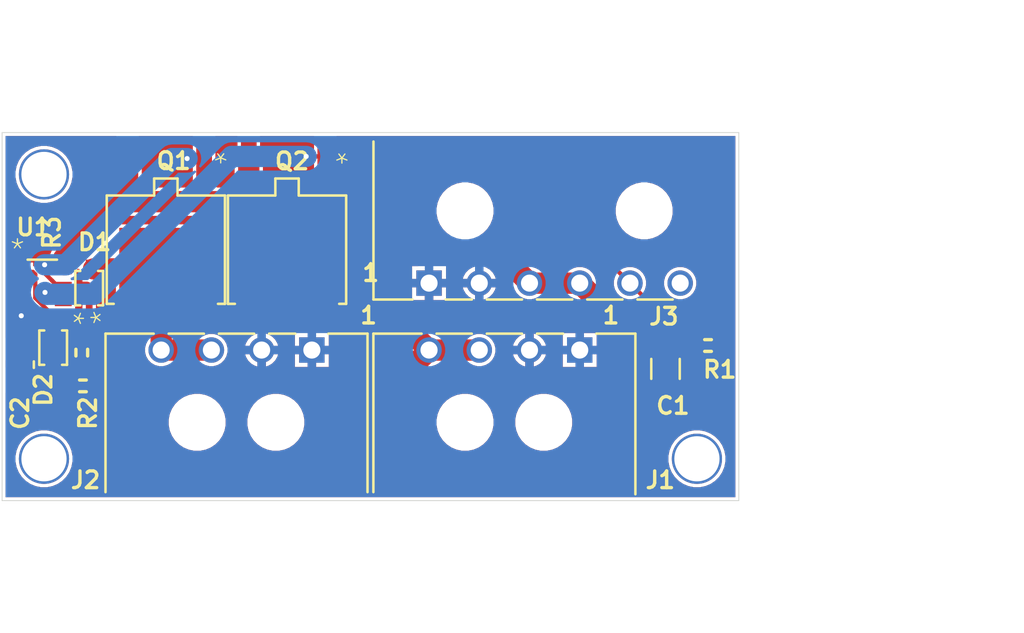
<source format=kicad_pcb>
(kicad_pcb (version 20221018) (generator pcbnew)
  (layers (0 "F.Cu" signal "Top Layer") (31 "B.Cu" signal "Bottom Layer") (34 "B.Paste" user "Bottom Paste") (35 "F.Paste" user "Top Paste") (36 "B.SilkS" user "Bottom Overlay") (37 "F.SilkS" user "Top Overlay") (38 "B.Mask" user "Bottom Solder") (39 "F.Mask" user "Top Solder") (44 "Edge.Cuts" user))
  (property "SHEETTOTAL" "1")
  (net 0 "")
  (net 1 "vout")
  (net 2 "stat")
  (net 3 "NetQ1_1")
  (net 4 "NetD2_2")
  (net 5 "NetC2_2")
  (net 6 "hub")
  (net 7 "GND")
  (net 8 "batt")
  (footprint "" (layer "F.Cu") (at 129.0011 113.5036)
    (fp_text reference "" (at 0 0) (layer "F.SilkS") (effects (font (size 1.27 1.27))))
    (fp_text value "" (at 0 0) (layer "F.SilkS") (effects (font (size 1.27 1.27))))
    (pad "2" thru_hole circle (at 0 0) (size 3 3) (drill 2.7) (layers "*.Cu" "*.Mask"))
  )
  (footprint "Miscellaneous Devices.IntLib:J1-0603" (layer "F.Cu") (at 131.3271 109.1456)
    (fp_text reference "R2" (at 0.88084 2.73807 90 unlocked) (layer "F.SilkS") (effects (font (thickness 0.2)) (justify left bottom)))
    (fp_text value "Res3" hide)
    (fp_line (start -0.2 -0.35) (end 0.2 -0.35) (stroke (width 0.2)) (layer "F.SilkS"))
    (fp_line (start -0.2 0.35) (end 0.2 0.35) (stroke (width 0.2)) (layer "F.SilkS"))
    (pad "1" smd rect (at -0.75 0 90) (size 0.9 0.7) (layers "F.Cu" "F.Paste" "F.Mask") (net 4 "NetD2_2"))
    (pad "2" smd rect (at 0.75 0 90) (size 0.9 0.7) (layers "F.Cu" "F.Paste" "F.Mask") (net 6 "hub"))
  )
  (footprint "swarm_crawler_pcb.PcbLib:CAP_2012_TDK" (layer "F.Cu") (at 166.1251 108.1296 90)
    (fp_text reference "C1" (at -2.78584 -0.66645 unlocked) (layer "F.SilkS") (effects (font (thickness 0.2)) (justify left bottom)))
    (fp_text value "C2012JB1V226M125AC" hide)
    (fp_line (start -0.59415 -0.8509) (end 0.59415 -0.8509) (stroke (width 0.1524)) (layer "F.SilkS"))
    (fp_line (start -0.59415 0.8509) (end 0.59415 0.8509) (stroke (width 0.1524)) (layer "F.SilkS"))
    (pad "1" smd rect (at -1.1811 0 90) (size 0.5588 1.4478) (layers "F.Cu" "F.Paste" "F.Mask") (net 7 "GND"))
    (pad "2" smd rect (at 1.1811 0 90) (size 0.5588 1.4478) (layers "F.Cu" "F.Paste" "F.Mask") (net 1 "vout"))
  )
  (footprint "Miscellaneous Devices.IntLib:J1-0603" (layer "F.Cu") (at 131.2581 107.1566 -90)
    (fp_text reference "R3" (at -6.06793 1.20916 90 unlocked) (layer "F.SilkS") (effects (font (thickness 0.2)) (justify left bottom)))
    (fp_text value "Res3" hide)
    (fp_line (start 0.2 -0.35001) (end -0.2 -0.35001) (stroke (width 0.2)) (layer "F.SilkS"))
    (fp_line (start 0.2 0.35) (end -0.2 0.35) (stroke (width 0.2)) (layer "F.SilkS"))
    (pad "1" smd rect (at -0.75 -0.00001) (size 0.9 0.7) (layers "F.Cu" "F.Paste" "F.Mask") (net 7 "GND"))
    (pad "2" smd rect (at 0.75 -0.00001) (size 0.9 0.7) (layers "F.Cu" "F.Paste" "F.Mask") (net 4 "NetD2_2"))
  )
  (footprint "swarm_crawler_pcb.PcbLib:CON_436500400_MOL" (layer "F.Cu") (at 161.0011 107.0036)
    (fp_text reference "J1" (at 3.82255 8.35684 unlocked) (layer "F.SilkS") (effects (font (thickness 0.2)) (justify left bottom)))
    (fp_text value "436500400" hide)
    (fp_line (start -12.32498 -0.98) (end -9.44789 -0.98) (stroke (width 0.1524)) (layer "F.SilkS"))
    (fp_line (start -12.32498 8.492) (end -12.32498 -0.98) (stroke (width 0.1524)) (layer "F.SilkS"))
    (fp_line (start -8.55211 -0.98) (end -6.44789 -0.98) (stroke (width 0.1524)) (layer "F.SilkS"))
    (fp_line (start -5.55211 -0.98) (end -3.44789 -0.98) (stroke (width 0.1524)) (layer "F.SilkS"))
    (fp_line (start -2.55211 -0.98) (end -0.98892 -0.98) (stroke (width 0.1524)) (layer "F.SilkS"))
    (fp_line (start 0.98892 -0.98) (end 3.32499 -0.98) (stroke (width 0.1524)) (layer "F.SilkS"))
    (fp_line (start 3.32499 8.619) (end 3.32499 -0.98) (stroke (width 0.1524)) (layer "F.SilkS"))
    (pad "" np_thru_hole circle (at -6.85 4.32) (size 3 3) (drill 3) (layers "F&B.Cu" "*.Mask"))
    (pad "" np_thru_hole circle (at -2.15001 4.32) (size 3 3) (drill 3) (layers "F&B.Cu" "*.Mask"))
    (pad "1" thru_hole rect (at 0 0) (size 1.52 1.52) (drill 1.02) (layers "*.Cu" "*.Mask") (net 7 "GND"))
    (pad "2" thru_hole circle (at -3 0) (size 1.52 1.52) (drill 1.02) (layers "*.Cu" "*.Mask") (net 7 "GND"))
    (pad "3" thru_hole circle (at -6 0) (size 1.52 1.52) (drill 1.02) (layers "*.Cu" "*.Mask") (net 6 "hub"))
    (pad "4" thru_hole circle (at -9 0) (size 1.52 1.52) (drill 1.02) (layers "*.Cu" "*.Mask") (net 6 "hub"))
  )
  (footprint "swarm_crawler_pcb.PcbLib:CON_436500400_MOL" (layer "F.Cu") (at 145.0011 107.0036)
    (fp_text reference "J2" (at -14.50706 8.35684 unlocked) (layer "F.SilkS") (effects (font (thickness 0.2)) (justify left bottom)))
    (fp_text value "436500400" hide)
    (fp_line (start -12.32498 -0.98) (end -9.44789 -0.98) (stroke (width 0.1524)) (layer "F.SilkS"))
    (fp_line (start -12.32498 8.492) (end -12.32498 -0.98) (stroke (width 0.1524)) (layer "F.SilkS"))
    (fp_line (start -8.5521 -0.98) (end -6.44789 -0.98) (stroke (width 0.1524)) (layer "F.SilkS"))
    (fp_line (start -5.55211 -0.98) (end -3.44789 -0.98) (stroke (width 0.1524)) (layer "F.SilkS"))
    (fp_line (start -2.55211 -0.98) (end -0.98892 -0.98) (stroke (width 0.1524)) (layer "F.SilkS"))
    (fp_line (start 0.98893 -0.98) (end 3.32499 -0.98) (stroke (width 0.1524)) (layer "F.SilkS"))
    (fp_line (start 3.32499 8.492) (end 3.32499 -0.98) (stroke (width 0.1524)) (layer "F.SilkS"))
    (pad "" np_thru_hole circle (at -6.85 4.32) (size 3 3) (drill 3) (layers "F&B.Cu" "*.Mask"))
    (pad "" np_thru_hole circle (at -2.15001 4.32) (size 3 3) (drill 3) (layers "F&B.Cu" "*.Mask"))
    (pad "1" thru_hole rect (at 0 0) (size 1.52 1.52) (drill 1.02) (layers "*.Cu" "*.Mask") (net 7 "GND"))
    (pad "2" thru_hole circle (at -3 0) (size 1.52 1.52) (drill 1.02) (layers "*.Cu" "*.Mask") (net 7 "GND"))
    (pad "3" thru_hole circle (at -6 0) (size 1.52 1.52) (drill 1.02) (layers "*.Cu" "*.Mask") (net 8 "batt"))
    (pad "4" thru_hole circle (at -9 0) (size 1.52 1.52) (drill 1.02) (layers "*.Cu" "*.Mask") (net 8 "batt"))
  )
  (footprint "swarm_crawler_pcb.PcbLib:TO252_AOS" (layer "F.Cu") (at 143.5191 101.0036 180)
    (fp_text reference "Q2" (at 0.83306 4.70716 unlocked) (layer "F.SilkS") (effects (font (thickness 0.2)) (justify left bottom)))
    (fp_text value "AOD407" hide)
    (fp_text user "*" (at -3.81 6.604 180 unlocked) (layer "F.SilkS") (effects (font (size 1.27 1.27) (thickness 0.0762)) (justify left bottom)))
    (fp_line (start -3.5306 -3.2385) (end -3.5306 3.2385) (stroke (width 0.1524)) (layer "F.SilkS"))
    (fp_line (start -3.11404 -3.2385) (end -3.5306 -3.2385) (stroke (width 0.1524)) (layer "F.SilkS"))
    (fp_line (start -0.6985 3.2385) (end -3.5306 3.2385) (stroke (width 0.1524)) (layer "F.SilkS"))
    (fp_line (start -0.6985 3.2385) (end -0.6985 4.2545) (stroke (width 0.1524)) (layer "F.SilkS"))
    (fp_line (start 0.6985 3.2385) (end 0.6985 4.2545) (stroke (width 0.1524)) (layer "F.SilkS"))
    (fp_line (start 0.6985 4.2545) (end -0.6985 4.2545) (stroke (width 0.1524)) (layer "F.SilkS"))
    (fp_line (start 3.5306 -3.2385) (end 3.11404 -3.2385) (stroke (width 0.1524)) (layer "F.SilkS"))
    (fp_line (start 3.5306 -3.2385) (end 3.5306 3.2385) (stroke (width 0.1524)) (layer "F.SilkS"))
    (fp_line (start 3.5306 3.2385) (end 0.6985 3.2385) (stroke (width 0.1524)) (layer "F.SilkS"))
    (pad "1" smd rect (at -2.286 5.3467 180) (size 0.9398 2.7432) (layers "F.Cu" "F.Paste" "F.Mask") (net 2 "stat"))
    (pad "2" smd rect (at 2.286 5.3467 180) (size 0.9398 2.7432) (layers "F.Cu" "F.Paste" "F.Mask") (net 1 "vout"))
    (pad "3" smd rect (at 0 -1.6764 180) (size 5.5626 5.969) (layers "F.Cu" "F.Paste" "F.Mask") (net 6 "hub"))
  )
  (footprint "swarm_crawler_pcb.PcbLib:CON_436500600_MOL" (layer "F.Cu") (at 152.0011 103.0036 180)
    (fp_text reference "J3" (at -13.03694 -2.57784 unlocked) (layer "F.SilkS") (effects (font (thickness 0.2)) (justify left bottom)))
    (fp_text value "436500600" hide)
    (fp_line (start -12.44789 -0.98) (end -14.5521 -0.98) (stroke (width 0.1524)) (layer "F.SilkS"))
    (fp_line (start -9.44789 -0.98) (end -11.55211 -0.98) (stroke (width 0.1524)) (layer "F.SilkS"))
    (fp_line (start -6.44789 -0.98) (end -8.55211 -0.98) (stroke (width 0.1524)) (layer "F.SilkS"))
    (fp_line (start -3.44789 -0.98) (end -5.55211 -0.98) (stroke (width 0.1524)) (layer "F.SilkS"))
    (fp_line (start -0.98892 -0.98) (end -2.55211 -0.98) (stroke (width 0.1524)) (layer "F.SilkS"))
    (fp_line (start 3.32 -0.98) (end 0.98892 -0.98) (stroke (width 0.1524)) (layer "F.SilkS"))
    (fp_line (start 3.32 -0.98) (end 3.32 8.463) (stroke (width 0.1524)) (layer "F.SilkS"))
    (pad "" np_thru_hole circle (at -12.85 4.32 180) (size 3 3) (drill 3) (layers "F&B.Cu" "*.Mask"))
    (pad "" np_thru_hole circle (at -2.15002 4.32 180) (size 3 3) (drill 3) (layers "F&B.Cu" "*.Mask"))
    (pad "1" thru_hole rect (at 0 0 180) (size 1.52 1.52) (drill 1.02) (layers "*.Cu" "*.Mask") (net 7 "GND"))
    (pad "2" thru_hole circle (at -3 0 180) (size 1.52 1.52) (drill 1.02) (layers "*.Cu" "*.Mask") (net 7 "GND"))
    (pad "3" thru_hole circle (at -6 0 180) (size 1.52 1.52) (drill 1.02) (layers "*.Cu" "*.Mask") (net 1 "vout"))
    (pad "4" thru_hole circle (at -9 0 180) (size 1.52 1.52) (drill 1.02) (layers "*.Cu" "*.Mask") (net 1 "vout"))
    (pad "5" thru_hole circle (at -12 0 180) (size 1.52 1.52) (drill 1.02) (layers "*.Cu" "*.Mask") (net 2 "stat"))
    (pad "6" thru_hole circle (at -15 0 180) (size 1.52 1.52) (drill 1.02) (layers "*.Cu" "*.Mask"))
  )
  (footprint "swarm_crawler_pcb.PcbLib:LTC4412ES6#TRPBF_ADI" (layer "F.Cu") (at 128.9011 103.1766)
    (fp_text reference "U1" (at -1.66945 -2.92916 unlocked) (layer "F.SilkS") (effects (font (thickness 0.2)) (justify left bottom)))
    (fp_text value "LTC4412ES6#TRPBF" hide)
    (fp_text user "*" (at -2.019 -1.397 unlocked) (layer "F.SilkS") (effects (font (size 1.27 1.27) (thickness 0.0762)) (justify left bottom)))
    (fp_line (start -0.8763 -1.5748) (end 0.8763 -1.5748) (stroke (width 0.1524)) (layer "F.SilkS"))
    (pad "1" smd rect (at -1.25245 -0.95) (size 1.0063 0.508) (layers "F.Cu" "F.Paste" "F.Mask") (net 5 "NetC2_2"))
    (pad "2" smd rect (at -1.25245 0) (size 1.0063 0.508) (layers "F.Cu" "F.Paste" "F.Mask") (net 7 "GND"))
    (pad "3" smd rect (at -1.25245 0.95) (size 1.0063 0.508) (layers "F.Cu" "F.Paste" "F.Mask") (net 7 "GND"))
    (pad "4" smd rect (at 1.25245 0.95) (size 1.0063 0.508) (layers "F.Cu" "F.Paste" "F.Mask") (net 2 "stat"))
    (pad "5" smd rect (at 1.25245 0) (size 1.0063 0.508) (layers "F.Cu" "F.Paste" "F.Mask") (net 3 "NetQ1_1"))
    (pad "6" smd rect (at 1.25245 -0.95) (size 1.0063 0.508) (layers "F.Cu" "F.Paste" "F.Mask") (net 1 "vout"))
  )
  (footprint "swarm_crawler_pcb.PcbLib:SOD323_DIO" (layer "F.Cu") (at 129.5491 106.8596 -90)
    (fp_text reference "D2" (at 3.62707 0.00816 90 unlocked) (layer "F.SilkS") (effects (font (thickness 0.2)) (justify left bottom)))
    (fp_text value "SD103AWS-7-F" hide)
    (fp_text user "*" (at -2.286 -0.381 270 unlocked) (layer "F.SilkS") (effects (font (size 1.27 1.27) (thickness 0.0762)) (justify left bottom)))
    (fp_line (start -1.027 -0.53314) (end -1.027 -0.827) (stroke (width 0.1524)) (layer "F.SilkS"))
    (fp_line (start -1.027 0.827) (end -1.027 0.53314) (stroke (width 0.1524)) (layer "F.SilkS"))
    (fp_line (start 1.027 -0.827) (end -1.027 -0.827) (stroke (width 0.1524)) (layer "F.SilkS"))
    (fp_line (start 1.027 -0.53314) (end 1.027 -0.827) (stroke (width 0.1524)) (layer "F.SilkS"))
    (fp_line (start 1.027 0.827) (end -1.027 0.827) (stroke (width 0.1524)) (layer "F.SilkS"))
    (fp_line (start 1.027 0.827) (end 1.027 0.53314) (stroke (width 0.1524)) (layer "F.SilkS"))
    (pad "1" smd rect (at -1.15 0 270) (size 1.1112 0.4008) (layers "F.Cu" "F.Paste" "F.Mask") (net 5 "NetC2_2"))
    (pad "2" smd rect (at 1.15 0 270) (size 1.1112 0.4008) (layers "F.Cu" "F.Paste" "F.Mask") (net 4 "NetD2_2"))
  )
  (footprint "Miscellaneous Devices.IntLib:J1-0603" (layer "F.Cu") (at 168.6651 106.7326 180)
    (fp_text reference "R1" (at 0.41245 -2.02384 unlocked) (layer "F.SilkS") (effects (font (thickness 0.2)) (justify left bottom)))
    (fp_text value "Res3" hide)
    (fp_line (start 0.2 -0.35) (end -0.2 -0.35) (stroke (width 0.2)) (layer "F.SilkS"))
    (fp_line (start 0.2 0.35) (end -0.2 0.35) (stroke (width 0.2)) (layer "F.SilkS"))
    (pad "1" smd rect (at -0.75 0 270) (size 0.9 0.7) (layers "F.Cu" "F.Paste" "F.Mask") (net 2 "stat"))
    (pad "2" smd rect (at 0.75 0 270) (size 0.9 0.7) (layers "F.Cu" "F.Paste" "F.Mask") (net 1 "vout"))
  )
  (footprint "swarm_crawler_pcb.PcbLib:TO252_AOS" (layer "F.Cu") (at 136.2801 101.0036 180)
    (fp_text reference "Q1" (at 0.66645 4.71986 unlocked) (layer "F.SilkS") (effects (font (thickness 0.2)) (justify left bottom)))
    (fp_text value "AOD407" hide)
    (fp_text user "*" (at -3.81 6.6167 180 unlocked) (layer "F.SilkS") (effects (font (size 1.27 1.27) (thickness 0.0762)) (justify left bottom)))
    (fp_line (start -3.5306 -3.2385) (end -3.5306 3.2385) (stroke (width 0.1524)) (layer "F.SilkS"))
    (fp_line (start -3.11404 -3.2385) (end -3.5306 -3.2385) (stroke (width 0.1524)) (layer "F.SilkS"))
    (fp_line (start -0.6985 3.2385) (end -3.5306 3.2385) (stroke (width 0.1524)) (layer "F.SilkS"))
    (fp_line (start -0.6985 3.2385) (end -0.6985 4.2545) (stroke (width 0.1524)) (layer "F.SilkS"))
    (fp_line (start 0.6985 3.2385) (end 0.6985 4.2545) (stroke (width 0.1524)) (layer "F.SilkS"))
    (fp_line (start 0.6985 4.2545) (end -0.6985 4.2545) (stroke (width 0.1524)) (layer "F.SilkS"))
    (fp_line (start 3.5306 -3.2385) (end 3.11404 -3.2385) (stroke (width 0.1524)) (layer "F.SilkS"))
    (fp_line (start 3.5306 -3.2385) (end 3.5306 3.2385) (stroke (width 0.1524)) (layer "F.SilkS"))
    (fp_line (start 3.5306 3.2385) (end 0.6985 3.2385) (stroke (width 0.1524)) (layer "F.SilkS"))
    (pad "1" smd rect (at -2.286 5.3467 180) (size 0.9398 2.7432) (layers "F.Cu" "F.Paste" "F.Mask") (net 3 "NetQ1_1"))
    (pad "2" smd rect (at 2.286 5.3467 180) (size 0.9398 2.7432) (layers "F.Cu" "F.Paste" "F.Mask") (net 1 "vout"))
    (pad "3" smd rect (at 0 -1.6764 180) (size 5.5626 5.969) (layers "F.Cu" "F.Paste" "F.Mask") (net 8 "batt"))
  )
  (footprint "swarm_crawler_pcb.PcbLib:SOD323_DIO" (layer "F.Cu") (at 131.7011 103.3036 90)
    (fp_text reference "D1" (at 2.16716 -0.78645 unlocked) (layer "F.SilkS") (effects (font (thickness 0.2)) (justify left bottom)))
    (fp_text value "SD103AWS-7-F" hide)
    (fp_text user "*" (at -2.286 1.531 90 unlocked) (layer "F.SilkS") (effects (font (size 1.27 1.27) (thickness 0.0762)) (justify left bottom)))
    (fp_line (start -1.027 -0.827) (end -1.027 -0.53314) (stroke (width 0.1524)) (layer "F.SilkS"))
    (fp_line (start -1.027 -0.827) (end 1.027 -0.827) (stroke (width 0.1524)) (layer "F.SilkS"))
    (fp_line (start -1.027 0.53314) (end -1.027 0.827) (stroke (width 0.1524)) (layer "F.SilkS"))
    (fp_line (start -1.027 0.827) (end 1.027 0.827) (stroke (width 0.1524)) (layer "F.SilkS"))
    (fp_line (start 1.027 -0.827) (end 1.027 -0.53314) (stroke (width 0.1524)) (layer "F.SilkS"))
    (fp_line (start 1.027 0.53314) (end 1.027 0.827) (stroke (width 0.1524)) (layer "F.SilkS"))
    (pad "1" smd rect (at -1.15 0 90) (size 1.1112 0.4008) (layers "F.Cu" "F.Paste" "F.Mask") (net 5 "NetC2_2"))
    (pad "2" smd rect (at 1.15 0 90) (size 1.1112 0.4008) (layers "F.Cu" "F.Paste" "F.Mask") (net 8 "batt"))
  )
  (footprint "" (layer "F.Cu") (at 168.0011 113.5036)
    (fp_text reference "" (at 0 0) (layer "F.SilkS") (effects (font (size 1.27 1.27))))
    (fp_text value "" (at 0 0) (layer "F.SilkS") (effects (font (size 1.27 1.27))))
    (pad "2" thru_hole circle (at 0 0) (size 3 3) (drill 2.7) (layers "*.Cu" "*.Mask"))
  )
  (footprint "" (layer "F.Cu") (at 129.0011 96.5036)
    (fp_text reference "" (at 0 0) (layer "F.SilkS") (effects (font (size 1.27 1.27))))
    (fp_text value "" (at 0 0) (layer "F.SilkS") (effects (font (size 1.27 1.27))))
    (pad "2" thru_hole circle (at 0 0) (size 3 3) (drill 2.7) (layers "*.Cu" "*.Mask"))
  )
  (footprint "swarm_crawler_pcb.PcbLib:CAP_CL21_SAM" (layer "F.Cu") (at 127.6441 107.8756 90)
    (fp_text reference "C2" (at -4.00806 0.51584 90 unlocked) (layer "F.SilkS") (effects (font (thickness 0.2)) (justify left bottom)))
    (fp_text value "CL21B105KBFNNNE" hide)
    (fp_line (start -0.19245 0.752) (end 0.19245 0.752) (stroke (width 0.1524)) (layer "F.SilkS"))
    (pad "1" smd rect (at -0.9278 0 90) (size 0.8556 1.25) (layers "F.Cu" "F.Paste" "F.Mask") (net 7 "GND"))
    (pad "2" smd rect (at 0.9278 0 90) (size 0.8556 1.25) (layers "F.Cu" "F.Paste" "F.Mask") (net 5 "NetC2_2"))
  )
  (gr_line (start 126.5011 94.0036) (end 170.5011 94.0036) (stroke (width 0.05)) (layer "Edge.Cuts"))
  (gr_line (start 126.5011 116.0036) (end 126.5011 94.0036) (stroke (width 0.05)) (layer "Edge.Cuts"))
  (gr_line (start 170.5011 94.0036) (end 170.5011 116.0036) (stroke (width 0.05)) (layer "Edge.Cuts"))
  (gr_line (start 170.5011 116.0036) (end 126.5011 116.0036) (stroke (width 0.05)) (layer "Edge.Cuts"))
  (gr_text "1" (at 162.2611 105.5166) (layer "F.SilkS") (effects (font (size 1 1) (thickness 0.2)) (justify left bottom)))
  (gr_text "1" (at 147.7831 105.5166) (layer "F.SilkS") (effects (font (size 1 1) (thickness 0.2)) (justify left bottom)))
  (gr_text "1" (at 147.9101 102.9766) (layer "F.SilkS") (effects (font (size 1 1) (thickness 0.2)) (justify left bottom)))
  (segment (start 133.82209 98.1347) (end 141.2331 98.1347) (width 1.27) (layer "F.Cu") (net 1))
  (segment (start 130.1841 101.9066) (end 130.1841 101.51534) (width 1.27) (layer "F.Cu") (net 1))
  (segment (start 151.664 101.0726) (end 156.0701 101.0726) (width 1.27) (layer "F.Cu") (net 1))
  (segment (start 132.12798 99.64921) (end 133.9941 97.78309) (width 1.27) (layer "F.Cu") (net 1))
  (segment (start 141.2331 98.1347) (end 148.7261 98.1347) (width 1.27) (layer "F.Cu") (net 1))
  (segment (start 148.7261 98.1347) (end 151.664 101.0726) (width 1.27) (layer "F.Cu") (net 1))
  (segment (start 164.4741 106.7326) (end 164.4741 106.4766) (width 1.27) (layer "F.Cu") (net 1))
  (segment (start 161.0011 103.0036) (end 164.4741 106.4766) (width 1.27) (layer "F.Cu") (net 1))
  (segment (start 164.4741 106.7326) (end 167.9151 106.7326) (width 1.27) (layer "F.Cu") (net 1))
  (segment (start 130.1841 101.51534) (end 132.05023 99.64921) (width 1.27) (layer "F.Cu") (net 1))
  (segment (start 132.05023 99.64921) (end 132.12798 99.64921) (width 1.27) (layer "F.Cu") (net 1))
  (segment (start 156.0701 101.0726) (end 158.0011 103.0036) (width 1.27) (layer "F.Cu") (net 1))
  (segment (start 158.0011 103.0036) (end 161.0011 103.0036) (width 1.27) (layer "F.Cu") (net 1))
  (segment (start 133.9941 97.65609) (end 133.9941 95.5566) (width 1.27) (layer "F.Cu") (net 1))
  (segment (start 141.2331 98.1347) (end 141.2331 95.6569) (width 1.27) (layer "F.Cu") (net 1))
  (segment (start 165.4441 104.4466) (end 168.4111 104.4466) (width 0.254) (layer "F.Cu") (net 2))
  (segment (start 168.4111 104.4466) (end 169.4151 105.4506) (width 0.254) (layer "F.Cu") (net 2))
  (segment (start 129.5015 103.9996) (end 130.25828 103.9996) (width 0.254) (layer "F.Cu") (net 2))
  (segment (start 169.4151 106.7326) (end 169.4211 106.7386) (width 0.254) (layer "F.Cu") (net 2))
  (segment (start 129.06221 103.5603) (end 129.5015 103.9996) (width 0.254) (layer "F.Cu") (net 2))
  (segment (start 129.0622 103.5603) (end 129.06221 103.5603) (width 0.254) (layer "F.Cu") (net 2))
  (segment (start 144.6621 95.4296) (end 156.4271 95.4296) (width 0.254) (layer "F.Cu") (net 2))
  (segment (start 169.4151 106.7326) (end 169.4151 105.4506) (width 0.254) (layer "F.Cu") (net 2))
  (segment (start 164.0011 103.0036) (end 165.4441 104.4466) (width 0.254) (layer "F.Cu") (net 2))
  (segment (start 130.25828 103.9996) (end 130.34532 104.08664) (width 0.254) (layer "F.Cu") (net 2))
  (segment (start 156.4271 95.4296) (end 164.0011 103.0036) (width 0.254) (layer "F.Cu") (net 2))
  (via (at 144.6621 95.4296) (size 0.5) (drill 0.3) (layers "F.Cu" "B.Cu") (net 2))
  (via (at 129.0622 103.5576) (size 0.5) (drill 0.3) (layers "F.Cu" "B.Cu") (net 2))
  (segment (start 129.17574 103.67114) (end 131.97556 103.67114) (width 1.27) (layer "B.Cu") (net 2))
  (segment (start 140.2171 95.4296) (end 144.6621 95.4296) (width 1.27) (layer "B.Cu") (net 2))
  (segment (start 131.97556 103.67114) (end 140.2171 95.4296) (width 1.27) (layer "B.Cu") (net 2))
  (segment (start 129.0622 103.5576) (end 129.17574 103.67114) (width 1.27) (layer "B.Cu") (net 2))
  (segment (start 129.08517 102.45418) (end 129.49259 102.8616) (width 0.254) (layer "F.Cu") (net 3))
  (segment (start 137.5501 95.5566) (end 138.5661 95.5566) (width 0.254) (layer "F.Cu") (net 3))
  (segment (start 129.49259 102.8616) (end 129.49259 102.8616) (width 0.254) (layer "F.Cu") (net 3))
  (segment (start 129.08517 102.45418) (end 129.08517 101.95367) (width 0.254) (layer "F.Cu") (net 3))
  (segment (start 129.49259 102.8616) (end 129.68059 103.0496) (width 0.254) (layer "F.Cu") (net 3))
  (segment (start 129.68059 103.0496) (end 130.22143 103.0496) (width 0.254) (layer "F.Cu") (net 3))
  (segment (start 129.0381 101.9066) (end 129.08517 101.95367) (width 0.254) (layer "F.Cu") (net 3))
  (via (at 137.5501 95.5566) (size 0.5) (drill 0.3) (layers "F.Cu" "B.Cu") (net 3))
  (via (at 129.0381 101.9066) (size 0.5) (drill 0.3) (layers "F.Cu" "B.Cu") (net 3))
  (segment (start 129.0381 101.9066) (end 130.3111 101.9066) (width 1.27) (layer "B.Cu") (net 3))
  (segment (start 130.3111 101.9066) (end 136.6611 95.5566) (width 1.27) (layer "B.Cu") (net 3))
  (segment (start 136.6611 95.5566) (end 137.5501 95.5566) (width 1.27) (layer "B.Cu") (net 3))
  (segment (start 129.5491 108.8916) (end 129.5491 108.0096) (width 0.254) (layer "F.Cu") (net 4))
  (segment (start 129.6225 107.9066) (end 131.25811 107.9066) (width 0.254) (layer "F.Cu") (net 4))
  (segment (start 129.5491 107.98) (end 129.6225 107.9066) (width 0.254) (layer "F.Cu") (net 4))
  (segment (start 129.5491 108.8916) (end 129.9301 109.2726) (width 0.254) (layer "F.Cu") (net 4))
  (segment (start 129.9301 109.2726) (end 130.4501 109.2726) (width 0.254) (layer "F.Cu") (net 4))
  (segment (start 130.4501 109.2726) (end 130.5771 109.1456) (width 0.254) (layer "F.Cu") (net 4))
  (segment (start 129.5491 108.0096) (end 129.5491 107.98) (width 0.254) (layer "F.Cu") (net 4))
  (segment (start 131.55931 105.59334) (end 131.7081 105.44455) (width 0.254) (layer "F.Cu") (net 5))
  (segment (start 129.53319 105.4626) (end 129.5392 105.4626) (width 0.254) (layer "F.Cu") (net 5))
  (segment (start 129.5491 105.59334) (end 129.5491 105.4725) (width 0.254) (layer "F.Cu") (net 5))
  (segment (start 131.7081 105.44455) (end 131.7081 104.41177) (width 0.254) (layer "F.Cu") (net 5))
  (segment (start 129.53319 105.4626) (end 129.53319 104.93869) (width 0.254) (layer "F.Cu") (net 5))
  (segment (start 129.5491 105.7096) (end 129.5491 105.59334) (width 0.254) (layer "F.Cu") (net 5))
  (segment (start 128.482 103.8875) (end 128.482 102.47879) (width 0.254) (layer "F.Cu") (net 5))
  (segment (start 129.2951 106.9866) (end 129.5491 106.7326) (width 0.254) (layer "F.Cu") (net 5))
  (segment (start 127.6441 106.9478) (end 127.6829 106.9866) (width 0.254) (layer "F.Cu") (net 5))
  (segment (start 128.33321 102.33) (end 128.482 102.47879) (width 0.254) (layer "F.Cu") (net 5))
  (segment (start 129.5491 106.7326) (end 129.5491 105.7096) (width 0.254) (layer "F.Cu") (net 5))
  (segment (start 127.64865 102.2266) (end 127.75205 102.33) (width 0.254) (layer "F.Cu") (net 5))
  (segment (start 129.5392 105.4626) (end 129.5491 105.4725) (width 0.254) (layer "F.Cu") (net 5))
  (segment (start 127.6829 106.9866) (end 129.2951 106.9866) (width 0.254) (layer "F.Cu") (net 5))
  (segment (start 128.482 103.8875) (end 129.53319 104.93869) (width 0.254) (layer "F.Cu") (net 5))
  (segment (start 129.5491 105.59334) (end 131.55931 105.59334) (width 0.254) (layer "F.Cu") (net 5))
  (segment (start 127.75205 102.33) (end 128.33321 102.33) (width 0.254) (layer "F.Cu") (net 5))
  (segment (start 143.5191 102.7702) (end 143.5191 102.567) (width 1.27) (layer "F.Cu") (net 6))
  (segment (start 143.5191 102.7702) (end 145.6654 104.9165) (width 1.27) (layer "F.Cu") (net 6))
  (segment (start 149.914 104.9165) (end 152.0011 107.0036) (width 1.27) (layer "F.Cu") (net 6))
  (segment (start 132.0771 110.56026) (end 136.12344 114.6066) (width 1.27) (layer "F.Cu") (net 6))
  (segment (start 144.3981 114.6066) (end 152.0011 107.0036) (width 1.27) (layer "F.Cu") (net 6))
  (segment (start 136.12344 114.6066) (end 144.3981 114.6066) (width 1.27) (layer "F.Cu") (net 6))
  (segment (start 152.0011 107.0036) (end 155.0011 107.0036) (width 1.27) (layer "F.Cu") (net 6))
  (segment (start 132.0771 110.56026) (end 132.0771 109.1456) (width 1.27) (layer "F.Cu") (net 6))
  (segment (start 145.6654 104.9165) (end 149.914 104.9165) (width 1.27) (layer "F.Cu") (net 6))
  (segment (start 127.6441 104.9546) (end 127.6441 104.13115) (width 0.254) (layer "F.Cu") (net 7))
  (segment (start 127.6441 104.13115) (end 127.64865 104.1266) (width 0.254) (layer "F.Cu") (net 7))
  (segment (start 127.64865 104.1266) (end 127.64865 103.1766) (width 0.254) (layer "F.Cu") (net 7))
  (via (at 127.6441 104.9546) (size 0.5) (drill 0.3) (layers "F.Cu" "B.Cu") (net 7))
  (segment (start 134.6291 102.1536) (end 136.0011 103.5256) (width 1.27) (layer "F.Cu") (net 8))
  (segment (start 136.0011 107.0036) (end 136.0011 103.5256) (width 1.27) (layer "F.Cu") (net 8))
  (segment (start 136.0011 107.0036) (end 139.0011 107.0036) (width 1.27) (layer "F.Cu") (net 8))
  (segment (start 131.9621 102.1536) (end 134.6291 102.1536) (width 1.27) (layer "F.Cu") (net 8))
  (zone (net 7) (net_name "GND") (layer "F.Cu") (connect_pads (clearance 0.508)) (min_thickness 0.25) (fill yes (thermal_gap 0.254) (thermal_bridge_width 0.254))
    (polygon (pts (xy 126.5011 116.00361) (xy 126.5011 94.02757) (xy 170.5011 94.0276) (xy 170.5011 116.0036)))
  )
  (zone (net 7) (net_name "GND") (layer "B.Cu") (priority 1) (connect_pads (clearance 0.508)) (min_thickness 0.25) (fill yes (thermal_gap 0.254) (thermal_bridge_width 0.254))
    (polygon (pts (xy 126.5011 116.00361) (xy 126.5011 94.02757) (xy 170.5011 94.0276) (xy 170.5011 116.0036)))
  )
)
</source>
